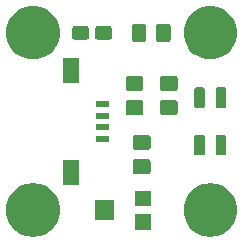
<source format=gbr>
G04 #@! TF.GenerationSoftware,KiCad,Pcbnew,(5.1.2)-2*
G04 #@! TF.CreationDate,2019-07-29T19:51:13+02:00*
G04 #@! TF.ProjectId,sensor_auxiliary,73656e73-6f72-45f6-9175-78696c696172,1*
G04 #@! TF.SameCoordinates,Original*
G04 #@! TF.FileFunction,Soldermask,Top*
G04 #@! TF.FilePolarity,Negative*
%FSLAX46Y46*%
G04 Gerber Fmt 4.6, Leading zero omitted, Abs format (unit mm)*
G04 Created by KiCad (PCBNEW (5.1.2)-2) date 2019-07-29 19:51:13*
%MOMM*%
%LPD*%
G04 APERTURE LIST*
%ADD10C,0.100000*%
G04 APERTURE END LIST*
D10*
G36*
X50275880Y-47759776D02*
G01*
X50656593Y-47835504D01*
X51066249Y-48005189D01*
X51434929Y-48251534D01*
X51748466Y-48565071D01*
X51994811Y-48933751D01*
X52164496Y-49343407D01*
X52251000Y-49778296D01*
X52251000Y-50221704D01*
X52164496Y-50656593D01*
X51994811Y-51066249D01*
X51748466Y-51434929D01*
X51434929Y-51748466D01*
X51066249Y-51994811D01*
X50656593Y-52164496D01*
X50275880Y-52240224D01*
X50221705Y-52251000D01*
X49778295Y-52251000D01*
X49724120Y-52240224D01*
X49343407Y-52164496D01*
X48933751Y-51994811D01*
X48565071Y-51748466D01*
X48251534Y-51434929D01*
X48005189Y-51066249D01*
X47835504Y-50656593D01*
X47749000Y-50221704D01*
X47749000Y-49778296D01*
X47835504Y-49343407D01*
X48005189Y-48933751D01*
X48251534Y-48565071D01*
X48565071Y-48251534D01*
X48933751Y-48005189D01*
X49343407Y-47835504D01*
X49724120Y-47759776D01*
X49778295Y-47749000D01*
X50221705Y-47749000D01*
X50275880Y-47759776D01*
X50275880Y-47759776D01*
G37*
G36*
X35275880Y-47759776D02*
G01*
X35656593Y-47835504D01*
X36066249Y-48005189D01*
X36434929Y-48251534D01*
X36748466Y-48565071D01*
X36994811Y-48933751D01*
X37164496Y-49343407D01*
X37251000Y-49778296D01*
X37251000Y-50221704D01*
X37164496Y-50656593D01*
X36994811Y-51066249D01*
X36748466Y-51434929D01*
X36434929Y-51748466D01*
X36066249Y-51994811D01*
X35656593Y-52164496D01*
X35275880Y-52240224D01*
X35221705Y-52251000D01*
X34778295Y-52251000D01*
X34724120Y-52240224D01*
X34343407Y-52164496D01*
X33933751Y-51994811D01*
X33565071Y-51748466D01*
X33251534Y-51434929D01*
X33005189Y-51066249D01*
X32835504Y-50656593D01*
X32749000Y-50221704D01*
X32749000Y-49778296D01*
X32835504Y-49343407D01*
X33005189Y-48933751D01*
X33251534Y-48565071D01*
X33565071Y-48251534D01*
X33933751Y-48005189D01*
X34343407Y-47835504D01*
X34724120Y-47759776D01*
X34778295Y-47749000D01*
X35221705Y-47749000D01*
X35275880Y-47759776D01*
X35275880Y-47759776D01*
G37*
G36*
X44951000Y-51651000D02*
G01*
X43649000Y-51651000D01*
X43649000Y-50349000D01*
X44951000Y-50349000D01*
X44951000Y-51651000D01*
X44951000Y-51651000D01*
G37*
G36*
X41851000Y-50851000D02*
G01*
X40249000Y-50851000D01*
X40249000Y-49149000D01*
X41851000Y-49149000D01*
X41851000Y-50851000D01*
X41851000Y-50851000D01*
G37*
G36*
X44951000Y-49651000D02*
G01*
X43649000Y-49651000D01*
X43649000Y-48349000D01*
X44951000Y-48349000D01*
X44951000Y-49651000D01*
X44951000Y-49651000D01*
G37*
G36*
X38911000Y-47851000D02*
G01*
X37509000Y-47851000D01*
X37509000Y-45749000D01*
X38911000Y-45749000D01*
X38911000Y-47851000D01*
X38911000Y-47851000D01*
G37*
G36*
X44788674Y-45703465D02*
G01*
X44826367Y-45714899D01*
X44861103Y-45733466D01*
X44891548Y-45758452D01*
X44916534Y-45788897D01*
X44935101Y-45823633D01*
X44946535Y-45861326D01*
X44951000Y-45906661D01*
X44951000Y-46743339D01*
X44946535Y-46788674D01*
X44935101Y-46826367D01*
X44916534Y-46861103D01*
X44891548Y-46891548D01*
X44861103Y-46916534D01*
X44826367Y-46935101D01*
X44788674Y-46946535D01*
X44743339Y-46951000D01*
X43656661Y-46951000D01*
X43611326Y-46946535D01*
X43573633Y-46935101D01*
X43538897Y-46916534D01*
X43508452Y-46891548D01*
X43483466Y-46861103D01*
X43464899Y-46826367D01*
X43453465Y-46788674D01*
X43449000Y-46743339D01*
X43449000Y-45906661D01*
X43453465Y-45861326D01*
X43464899Y-45823633D01*
X43483466Y-45788897D01*
X43508452Y-45758452D01*
X43538897Y-45733466D01*
X43573633Y-45714899D01*
X43611326Y-45703465D01*
X43656661Y-45699000D01*
X44743339Y-45699000D01*
X44788674Y-45703465D01*
X44788674Y-45703465D01*
G37*
G36*
X51216694Y-43622677D02*
G01*
X51246692Y-43631777D01*
X51274332Y-43646551D01*
X51298563Y-43666437D01*
X51318449Y-43690668D01*
X51333223Y-43718308D01*
X51342323Y-43748306D01*
X51346000Y-43785641D01*
X51346000Y-45214359D01*
X51342323Y-45251694D01*
X51333223Y-45281692D01*
X51318449Y-45309332D01*
X51298563Y-45333563D01*
X51274332Y-45353449D01*
X51246692Y-45368223D01*
X51216694Y-45377323D01*
X51179359Y-45381000D01*
X50620641Y-45381000D01*
X50583306Y-45377323D01*
X50553308Y-45368223D01*
X50525668Y-45353449D01*
X50501437Y-45333563D01*
X50481551Y-45309332D01*
X50466777Y-45281692D01*
X50457677Y-45251694D01*
X50454000Y-45214359D01*
X50454000Y-43785641D01*
X50457677Y-43748306D01*
X50466777Y-43718308D01*
X50481551Y-43690668D01*
X50501437Y-43666437D01*
X50525668Y-43646551D01*
X50553308Y-43631777D01*
X50583306Y-43622677D01*
X50620641Y-43619000D01*
X51179359Y-43619000D01*
X51216694Y-43622677D01*
X51216694Y-43622677D01*
G37*
G36*
X49416694Y-43622677D02*
G01*
X49446692Y-43631777D01*
X49474332Y-43646551D01*
X49498563Y-43666437D01*
X49518449Y-43690668D01*
X49533223Y-43718308D01*
X49542323Y-43748306D01*
X49546000Y-43785641D01*
X49546000Y-45214359D01*
X49542323Y-45251694D01*
X49533223Y-45281692D01*
X49518449Y-45309332D01*
X49498563Y-45333563D01*
X49474332Y-45353449D01*
X49446692Y-45368223D01*
X49416694Y-45377323D01*
X49379359Y-45381000D01*
X48820641Y-45381000D01*
X48783306Y-45377323D01*
X48753308Y-45368223D01*
X48725668Y-45353449D01*
X48701437Y-45333563D01*
X48681551Y-45309332D01*
X48666777Y-45281692D01*
X48657677Y-45251694D01*
X48654000Y-45214359D01*
X48654000Y-43785641D01*
X48657677Y-43748306D01*
X48666777Y-43718308D01*
X48681551Y-43690668D01*
X48701437Y-43666437D01*
X48725668Y-43646551D01*
X48753308Y-43631777D01*
X48783306Y-43622677D01*
X48820641Y-43619000D01*
X49379359Y-43619000D01*
X49416694Y-43622677D01*
X49416694Y-43622677D01*
G37*
G36*
X44788674Y-43653465D02*
G01*
X44826367Y-43664899D01*
X44861103Y-43683466D01*
X44891548Y-43708452D01*
X44916534Y-43738897D01*
X44935101Y-43773633D01*
X44946535Y-43811326D01*
X44951000Y-43856661D01*
X44951000Y-44693339D01*
X44946535Y-44738674D01*
X44935101Y-44776367D01*
X44916534Y-44811103D01*
X44891548Y-44841548D01*
X44861103Y-44866534D01*
X44826367Y-44885101D01*
X44788674Y-44896535D01*
X44743339Y-44901000D01*
X43656661Y-44901000D01*
X43611326Y-44896535D01*
X43573633Y-44885101D01*
X43538897Y-44866534D01*
X43508452Y-44841548D01*
X43483466Y-44811103D01*
X43464899Y-44776367D01*
X43453465Y-44738674D01*
X43449000Y-44693339D01*
X43449000Y-43856661D01*
X43453465Y-43811326D01*
X43464899Y-43773633D01*
X43483466Y-43738897D01*
X43508452Y-43708452D01*
X43538897Y-43683466D01*
X43573633Y-43664899D01*
X43611326Y-43653465D01*
X43656661Y-43649000D01*
X44743339Y-43649000D01*
X44788674Y-43653465D01*
X44788674Y-43653465D01*
G37*
G36*
X41461000Y-44251000D02*
G01*
X40359000Y-44251000D01*
X40359000Y-43749000D01*
X41461000Y-43749000D01*
X41461000Y-44251000D01*
X41461000Y-44251000D01*
G37*
G36*
X41461000Y-43251000D02*
G01*
X40359000Y-43251000D01*
X40359000Y-42749000D01*
X41461000Y-42749000D01*
X41461000Y-43251000D01*
X41461000Y-43251000D01*
G37*
G36*
X41461000Y-42251000D02*
G01*
X40359000Y-42251000D01*
X40359000Y-41749000D01*
X41461000Y-41749000D01*
X41461000Y-42251000D01*
X41461000Y-42251000D01*
G37*
G36*
X47088674Y-40703465D02*
G01*
X47126367Y-40714899D01*
X47161103Y-40733466D01*
X47191548Y-40758452D01*
X47216534Y-40788897D01*
X47235101Y-40823633D01*
X47246535Y-40861326D01*
X47251000Y-40906661D01*
X47251000Y-41743339D01*
X47246535Y-41788674D01*
X47235101Y-41826367D01*
X47216534Y-41861103D01*
X47191548Y-41891548D01*
X47161103Y-41916534D01*
X47126367Y-41935101D01*
X47088674Y-41946535D01*
X47043339Y-41951000D01*
X45956661Y-41951000D01*
X45911326Y-41946535D01*
X45873633Y-41935101D01*
X45838897Y-41916534D01*
X45808452Y-41891548D01*
X45783466Y-41861103D01*
X45764899Y-41826367D01*
X45753465Y-41788674D01*
X45749000Y-41743339D01*
X45749000Y-40906661D01*
X45753465Y-40861326D01*
X45764899Y-40823633D01*
X45783466Y-40788897D01*
X45808452Y-40758452D01*
X45838897Y-40733466D01*
X45873633Y-40714899D01*
X45911326Y-40703465D01*
X45956661Y-40699000D01*
X47043339Y-40699000D01*
X47088674Y-40703465D01*
X47088674Y-40703465D01*
G37*
G36*
X44188674Y-40703465D02*
G01*
X44226367Y-40714899D01*
X44261103Y-40733466D01*
X44291548Y-40758452D01*
X44316534Y-40788897D01*
X44335101Y-40823633D01*
X44346535Y-40861326D01*
X44351000Y-40906661D01*
X44351000Y-41743339D01*
X44346535Y-41788674D01*
X44335101Y-41826367D01*
X44316534Y-41861103D01*
X44291548Y-41891548D01*
X44261103Y-41916534D01*
X44226367Y-41935101D01*
X44188674Y-41946535D01*
X44143339Y-41951000D01*
X43056661Y-41951000D01*
X43011326Y-41946535D01*
X42973633Y-41935101D01*
X42938897Y-41916534D01*
X42908452Y-41891548D01*
X42883466Y-41861103D01*
X42864899Y-41826367D01*
X42853465Y-41788674D01*
X42849000Y-41743339D01*
X42849000Y-40906661D01*
X42853465Y-40861326D01*
X42864899Y-40823633D01*
X42883466Y-40788897D01*
X42908452Y-40758452D01*
X42938897Y-40733466D01*
X42973633Y-40714899D01*
X43011326Y-40703465D01*
X43056661Y-40699000D01*
X44143339Y-40699000D01*
X44188674Y-40703465D01*
X44188674Y-40703465D01*
G37*
G36*
X51216694Y-39622677D02*
G01*
X51246692Y-39631777D01*
X51274332Y-39646551D01*
X51298563Y-39666437D01*
X51318449Y-39690668D01*
X51333223Y-39718308D01*
X51342323Y-39748306D01*
X51346000Y-39785641D01*
X51346000Y-41214359D01*
X51342323Y-41251694D01*
X51333223Y-41281692D01*
X51318449Y-41309332D01*
X51298563Y-41333563D01*
X51274332Y-41353449D01*
X51246692Y-41368223D01*
X51216694Y-41377323D01*
X51179359Y-41381000D01*
X50620641Y-41381000D01*
X50583306Y-41377323D01*
X50553308Y-41368223D01*
X50525668Y-41353449D01*
X50501437Y-41333563D01*
X50481551Y-41309332D01*
X50466777Y-41281692D01*
X50457677Y-41251694D01*
X50454000Y-41214359D01*
X50454000Y-39785641D01*
X50457677Y-39748306D01*
X50466777Y-39718308D01*
X50481551Y-39690668D01*
X50501437Y-39666437D01*
X50525668Y-39646551D01*
X50553308Y-39631777D01*
X50583306Y-39622677D01*
X50620641Y-39619000D01*
X51179359Y-39619000D01*
X51216694Y-39622677D01*
X51216694Y-39622677D01*
G37*
G36*
X49416694Y-39622677D02*
G01*
X49446692Y-39631777D01*
X49474332Y-39646551D01*
X49498563Y-39666437D01*
X49518449Y-39690668D01*
X49533223Y-39718308D01*
X49542323Y-39748306D01*
X49546000Y-39785641D01*
X49546000Y-41214359D01*
X49542323Y-41251694D01*
X49533223Y-41281692D01*
X49518449Y-41309332D01*
X49498563Y-41333563D01*
X49474332Y-41353449D01*
X49446692Y-41368223D01*
X49416694Y-41377323D01*
X49379359Y-41381000D01*
X48820641Y-41381000D01*
X48783306Y-41377323D01*
X48753308Y-41368223D01*
X48725668Y-41353449D01*
X48701437Y-41333563D01*
X48681551Y-41309332D01*
X48666777Y-41281692D01*
X48657677Y-41251694D01*
X48654000Y-41214359D01*
X48654000Y-39785641D01*
X48657677Y-39748306D01*
X48666777Y-39718308D01*
X48681551Y-39690668D01*
X48701437Y-39666437D01*
X48725668Y-39646551D01*
X48753308Y-39631777D01*
X48783306Y-39622677D01*
X48820641Y-39619000D01*
X49379359Y-39619000D01*
X49416694Y-39622677D01*
X49416694Y-39622677D01*
G37*
G36*
X41461000Y-41251000D02*
G01*
X40359000Y-41251000D01*
X40359000Y-40749000D01*
X41461000Y-40749000D01*
X41461000Y-41251000D01*
X41461000Y-41251000D01*
G37*
G36*
X44188674Y-38653465D02*
G01*
X44226367Y-38664899D01*
X44261103Y-38683466D01*
X44291548Y-38708452D01*
X44316534Y-38738897D01*
X44335101Y-38773633D01*
X44346535Y-38811326D01*
X44351000Y-38856661D01*
X44351000Y-39693339D01*
X44346535Y-39738674D01*
X44335101Y-39776367D01*
X44316534Y-39811103D01*
X44291548Y-39841548D01*
X44261103Y-39866534D01*
X44226367Y-39885101D01*
X44188674Y-39896535D01*
X44143339Y-39901000D01*
X43056661Y-39901000D01*
X43011326Y-39896535D01*
X42973633Y-39885101D01*
X42938897Y-39866534D01*
X42908452Y-39841548D01*
X42883466Y-39811103D01*
X42864899Y-39776367D01*
X42853465Y-39738674D01*
X42849000Y-39693339D01*
X42849000Y-38856661D01*
X42853465Y-38811326D01*
X42864899Y-38773633D01*
X42883466Y-38738897D01*
X42908452Y-38708452D01*
X42938897Y-38683466D01*
X42973633Y-38664899D01*
X43011326Y-38653465D01*
X43056661Y-38649000D01*
X44143339Y-38649000D01*
X44188674Y-38653465D01*
X44188674Y-38653465D01*
G37*
G36*
X47088674Y-38653465D02*
G01*
X47126367Y-38664899D01*
X47161103Y-38683466D01*
X47191548Y-38708452D01*
X47216534Y-38738897D01*
X47235101Y-38773633D01*
X47246535Y-38811326D01*
X47251000Y-38856661D01*
X47251000Y-39693339D01*
X47246535Y-39738674D01*
X47235101Y-39776367D01*
X47216534Y-39811103D01*
X47191548Y-39841548D01*
X47161103Y-39866534D01*
X47126367Y-39885101D01*
X47088674Y-39896535D01*
X47043339Y-39901000D01*
X45956661Y-39901000D01*
X45911326Y-39896535D01*
X45873633Y-39885101D01*
X45838897Y-39866534D01*
X45808452Y-39841548D01*
X45783466Y-39811103D01*
X45764899Y-39776367D01*
X45753465Y-39738674D01*
X45749000Y-39693339D01*
X45749000Y-38856661D01*
X45753465Y-38811326D01*
X45764899Y-38773633D01*
X45783466Y-38738897D01*
X45808452Y-38708452D01*
X45838897Y-38683466D01*
X45873633Y-38664899D01*
X45911326Y-38653465D01*
X45956661Y-38649000D01*
X47043339Y-38649000D01*
X47088674Y-38653465D01*
X47088674Y-38653465D01*
G37*
G36*
X38911000Y-39251000D02*
G01*
X37509000Y-39251000D01*
X37509000Y-37149000D01*
X38911000Y-37149000D01*
X38911000Y-39251000D01*
X38911000Y-39251000D01*
G37*
G36*
X35275880Y-32759776D02*
G01*
X35656593Y-32835504D01*
X36066249Y-33005189D01*
X36434929Y-33251534D01*
X36748466Y-33565071D01*
X36994811Y-33933751D01*
X37164496Y-34343407D01*
X37251000Y-34778296D01*
X37251000Y-35221704D01*
X37164496Y-35656593D01*
X36994811Y-36066249D01*
X36748466Y-36434929D01*
X36434929Y-36748466D01*
X36066249Y-36994811D01*
X35656593Y-37164496D01*
X35275880Y-37240224D01*
X35221705Y-37251000D01*
X34778295Y-37251000D01*
X34724120Y-37240224D01*
X34343407Y-37164496D01*
X33933751Y-36994811D01*
X33565071Y-36748466D01*
X33251534Y-36434929D01*
X33005189Y-36066249D01*
X32835504Y-35656593D01*
X32749000Y-35221704D01*
X32749000Y-34778296D01*
X32835504Y-34343407D01*
X33005189Y-33933751D01*
X33251534Y-33565071D01*
X33565071Y-33251534D01*
X33933751Y-33005189D01*
X34343407Y-32835504D01*
X34724120Y-32759776D01*
X34778295Y-32749000D01*
X35221705Y-32749000D01*
X35275880Y-32759776D01*
X35275880Y-32759776D01*
G37*
G36*
X50275880Y-32759776D02*
G01*
X50656593Y-32835504D01*
X51066249Y-33005189D01*
X51434929Y-33251534D01*
X51748466Y-33565071D01*
X51994811Y-33933751D01*
X52164496Y-34343407D01*
X52251000Y-34778296D01*
X52251000Y-35221704D01*
X52164496Y-35656593D01*
X51994811Y-36066249D01*
X51748466Y-36434929D01*
X51434929Y-36748466D01*
X51066249Y-36994811D01*
X50656593Y-37164496D01*
X50275880Y-37240224D01*
X50221705Y-37251000D01*
X49778295Y-37251000D01*
X49724120Y-37240224D01*
X49343407Y-37164496D01*
X48933751Y-36994811D01*
X48565071Y-36748466D01*
X48251534Y-36434929D01*
X48005189Y-36066249D01*
X47835504Y-35656593D01*
X47749000Y-35221704D01*
X47749000Y-34778296D01*
X47835504Y-34343407D01*
X48005189Y-33933751D01*
X48251534Y-33565071D01*
X48565071Y-33251534D01*
X48933751Y-33005189D01*
X49343407Y-32835504D01*
X49724120Y-32759776D01*
X49778295Y-32749000D01*
X50221705Y-32749000D01*
X50275880Y-32759776D01*
X50275880Y-32759776D01*
G37*
G36*
X44438674Y-34253465D02*
G01*
X44476367Y-34264899D01*
X44511103Y-34283466D01*
X44541548Y-34308452D01*
X44566534Y-34338897D01*
X44585101Y-34373633D01*
X44596535Y-34411326D01*
X44601000Y-34456661D01*
X44601000Y-35543339D01*
X44596535Y-35588674D01*
X44585101Y-35626367D01*
X44566534Y-35661103D01*
X44541548Y-35691548D01*
X44511103Y-35716534D01*
X44476367Y-35735101D01*
X44438674Y-35746535D01*
X44393339Y-35751000D01*
X43556661Y-35751000D01*
X43511326Y-35746535D01*
X43473633Y-35735101D01*
X43438897Y-35716534D01*
X43408452Y-35691548D01*
X43383466Y-35661103D01*
X43364899Y-35626367D01*
X43353465Y-35588674D01*
X43349000Y-35543339D01*
X43349000Y-34456661D01*
X43353465Y-34411326D01*
X43364899Y-34373633D01*
X43383466Y-34338897D01*
X43408452Y-34308452D01*
X43438897Y-34283466D01*
X43473633Y-34264899D01*
X43511326Y-34253465D01*
X43556661Y-34249000D01*
X44393339Y-34249000D01*
X44438674Y-34253465D01*
X44438674Y-34253465D01*
G37*
G36*
X46488674Y-34253465D02*
G01*
X46526367Y-34264899D01*
X46561103Y-34283466D01*
X46591548Y-34308452D01*
X46616534Y-34338897D01*
X46635101Y-34373633D01*
X46646535Y-34411326D01*
X46651000Y-34456661D01*
X46651000Y-35543339D01*
X46646535Y-35588674D01*
X46635101Y-35626367D01*
X46616534Y-35661103D01*
X46591548Y-35691548D01*
X46561103Y-35716534D01*
X46526367Y-35735101D01*
X46488674Y-35746535D01*
X46443339Y-35751000D01*
X45606661Y-35751000D01*
X45561326Y-35746535D01*
X45523633Y-35735101D01*
X45488897Y-35716534D01*
X45458452Y-35691548D01*
X45433466Y-35661103D01*
X45414899Y-35626367D01*
X45403465Y-35588674D01*
X45399000Y-35543339D01*
X45399000Y-34456661D01*
X45403465Y-34411326D01*
X45414899Y-34373633D01*
X45433466Y-34338897D01*
X45458452Y-34308452D01*
X45488897Y-34283466D01*
X45523633Y-34264899D01*
X45561326Y-34253465D01*
X45606661Y-34249000D01*
X46443339Y-34249000D01*
X46488674Y-34253465D01*
X46488674Y-34253465D01*
G37*
G36*
X39557811Y-34428605D02*
G01*
X39596867Y-34440453D01*
X39632862Y-34459693D01*
X39664414Y-34485586D01*
X39690307Y-34517138D01*
X39709547Y-34553133D01*
X39721395Y-34592189D01*
X39726000Y-34638949D01*
X39726000Y-35361051D01*
X39721395Y-35407811D01*
X39709547Y-35446867D01*
X39690307Y-35482862D01*
X39664414Y-35514414D01*
X39632862Y-35540307D01*
X39596867Y-35559547D01*
X39557811Y-35571395D01*
X39511051Y-35576000D01*
X38538949Y-35576000D01*
X38492189Y-35571395D01*
X38453133Y-35559547D01*
X38417138Y-35540307D01*
X38385586Y-35514414D01*
X38359693Y-35482862D01*
X38340453Y-35446867D01*
X38328605Y-35407811D01*
X38324000Y-35361051D01*
X38324000Y-34638949D01*
X38328605Y-34592189D01*
X38340453Y-34553133D01*
X38359693Y-34517138D01*
X38385586Y-34485586D01*
X38417138Y-34459693D01*
X38453133Y-34440453D01*
X38492189Y-34428605D01*
X38538949Y-34424000D01*
X39511051Y-34424000D01*
X39557811Y-34428605D01*
X39557811Y-34428605D01*
G37*
G36*
X41507811Y-34428605D02*
G01*
X41546867Y-34440453D01*
X41582862Y-34459693D01*
X41614414Y-34485586D01*
X41640307Y-34517138D01*
X41659547Y-34553133D01*
X41671395Y-34592189D01*
X41676000Y-34638949D01*
X41676000Y-35361051D01*
X41671395Y-35407811D01*
X41659547Y-35446867D01*
X41640307Y-35482862D01*
X41614414Y-35514414D01*
X41582862Y-35540307D01*
X41546867Y-35559547D01*
X41507811Y-35571395D01*
X41461051Y-35576000D01*
X40488949Y-35576000D01*
X40442189Y-35571395D01*
X40403133Y-35559547D01*
X40367138Y-35540307D01*
X40335586Y-35514414D01*
X40309693Y-35482862D01*
X40290453Y-35446867D01*
X40278605Y-35407811D01*
X40274000Y-35361051D01*
X40274000Y-34638949D01*
X40278605Y-34592189D01*
X40290453Y-34553133D01*
X40309693Y-34517138D01*
X40335586Y-34485586D01*
X40367138Y-34459693D01*
X40403133Y-34440453D01*
X40442189Y-34428605D01*
X40488949Y-34424000D01*
X41461051Y-34424000D01*
X41507811Y-34428605D01*
X41507811Y-34428605D01*
G37*
M02*

</source>
